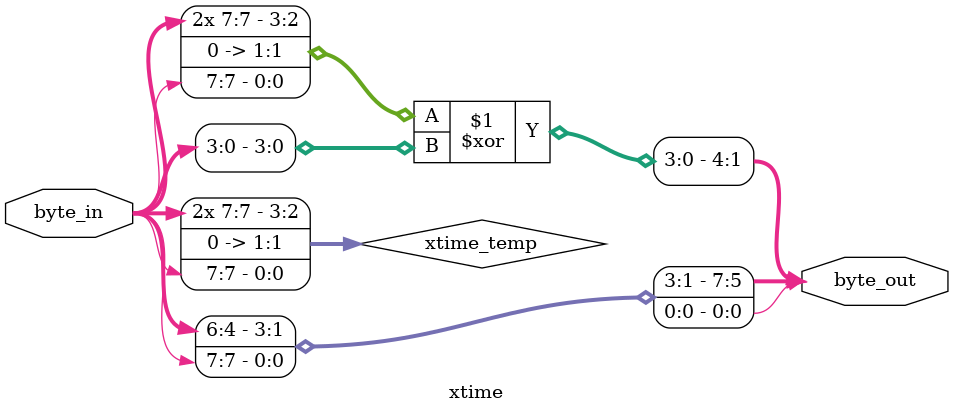
<source format=v>
/**********************************************************************
					XTIME LOGIC
	note: The logic multiplies input byte by {02} and modulus m(x)
			this module is used in mixcolumn transformation
***********************************************************************/
module xtime	(
/*****  INPUT 																			*/
	input wire	[7:0]	byte_in,

/*****  OUTPUT 																			*/
	output wire	[7:0]	byte_out
);

//internal wire

wire	[3:0]	xtime_temp;

assign	xtime_temp[3]	=	byte_in[7];
assign	xtime_temp[2]	=	byte_in[7];
assign	xtime_temp[1]	=	1'b0;
assign	xtime_temp[0]	=	byte_in[7];

assign	byte_out[7:5]	=	byte_in[6:4];
assign	byte_out[4:1]	=	xtime_temp ^ byte_in[3:0];
assign	byte_out[0]		=	byte_in[7];

endmodule

</source>
